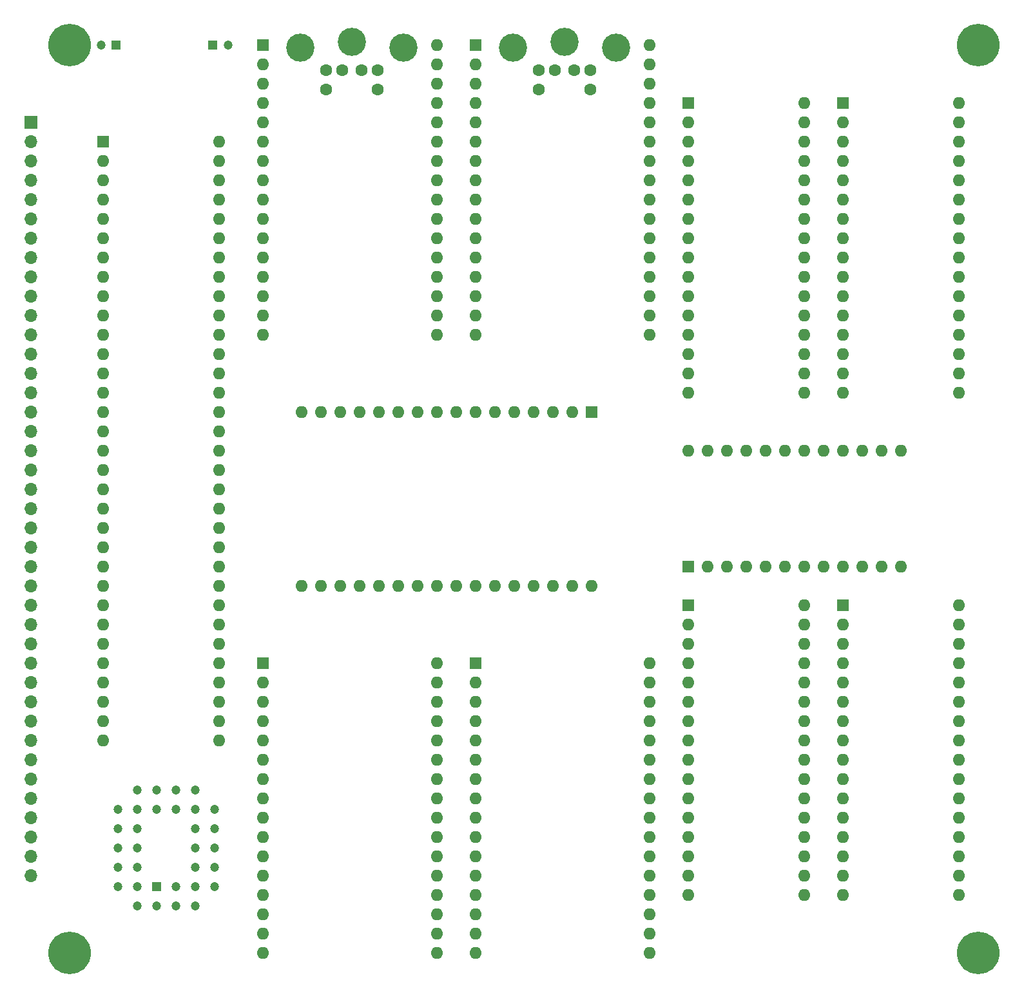
<source format=gbr>
%TF.GenerationSoftware,KiCad,Pcbnew,7.0.5*%
%TF.CreationDate,2023-12-16T11:47:00+02:00*%
%TF.ProjectId,PS2 Board,50533220-426f-4617-9264-2e6b69636164,rev?*%
%TF.SameCoordinates,Original*%
%TF.FileFunction,Soldermask,Bot*%
%TF.FilePolarity,Negative*%
%FSLAX46Y46*%
G04 Gerber Fmt 4.6, Leading zero omitted, Abs format (unit mm)*
G04 Created by KiCad (PCBNEW 7.0.5) date 2023-12-16 11:47:00*
%MOMM*%
%LPD*%
G01*
G04 APERTURE LIST*
%ADD10R,1.600000X1.600000*%
%ADD11O,1.600000X1.600000*%
%ADD12R,1.200000X1.200000*%
%ADD13C,1.200000*%
%ADD14C,5.600000*%
%ADD15C,3.700000*%
%ADD16C,1.600000*%
%ADD17R,1.700000X1.700000*%
%ADD18O,1.700000X1.700000*%
G04 APERTURE END LIST*
D10*
%TO.C,B4*%
X137160000Y-106680000D03*
D11*
X139700000Y-106680000D03*
X142240000Y-106680000D03*
X144780000Y-106680000D03*
X147320000Y-106680000D03*
X149860000Y-106680000D03*
X152400000Y-106680000D03*
X154940000Y-106680000D03*
X157480000Y-106680000D03*
X160020000Y-106680000D03*
X162560000Y-106680000D03*
X165100000Y-106680000D03*
X165100000Y-91440000D03*
X162560000Y-91440000D03*
X160020000Y-91440000D03*
X157480000Y-91440000D03*
X154940000Y-91440000D03*
X152400000Y-91440000D03*
X149860000Y-91440000D03*
X147320000Y-91440000D03*
X144780000Y-91440000D03*
X142240000Y-91440000D03*
X139700000Y-91440000D03*
X137160000Y-91440000D03*
%TD*%
D12*
%TO.C,IC1*%
X67310000Y-148717000D03*
D13*
X69850000Y-151257000D03*
X69850000Y-148717000D03*
X72390000Y-151257000D03*
X74930000Y-148717000D03*
X72390000Y-148717000D03*
X74930000Y-146177000D03*
X72390000Y-146177000D03*
X74930000Y-143637000D03*
X72390000Y-143637000D03*
X74930000Y-141097000D03*
X72390000Y-141097000D03*
X74930000Y-138557000D03*
X72390000Y-136017000D03*
X72390000Y-138557000D03*
X69850000Y-136017000D03*
X69850000Y-138557000D03*
X67310000Y-136017000D03*
X67310000Y-138557000D03*
X64770000Y-136017000D03*
X62230000Y-138557000D03*
X64770000Y-138557000D03*
X62230000Y-141097000D03*
X64770000Y-141097000D03*
X62230000Y-143637000D03*
X64770000Y-143637000D03*
X62230000Y-146177000D03*
X64770000Y-146177000D03*
X62230000Y-148717000D03*
X64770000Y-151257000D03*
X64770000Y-148717000D03*
X67310000Y-151257000D03*
%TD*%
D10*
%TO.C,B11*%
X137160000Y-111760000D03*
D11*
X137160000Y-114300000D03*
X137160000Y-116840000D03*
X137160000Y-119380000D03*
X137160000Y-121920000D03*
X137160000Y-124460000D03*
X137160000Y-127000000D03*
X137160000Y-129540000D03*
X137160000Y-132080000D03*
X137160000Y-134620000D03*
X137160000Y-137160000D03*
X137160000Y-139700000D03*
X137160000Y-142240000D03*
X137160000Y-144780000D03*
X137160000Y-147320000D03*
X137160000Y-149860000D03*
X152400000Y-149860000D03*
X152400000Y-147320000D03*
X152400000Y-144780000D03*
X152400000Y-142240000D03*
X152400000Y-139700000D03*
X152400000Y-137160000D03*
X152400000Y-134620000D03*
X152400000Y-132080000D03*
X152400000Y-129540000D03*
X152400000Y-127000000D03*
X152400000Y-124460000D03*
X152400000Y-121920000D03*
X152400000Y-119380000D03*
X152400000Y-116840000D03*
X152400000Y-114300000D03*
X152400000Y-111760000D03*
%TD*%
D14*
%TO.C,H3*%
X175260000Y-157480000D03*
%TD*%
%TO.C,H2*%
X55880000Y-157480000D03*
%TD*%
D12*
%TO.C,C4*%
X74708000Y-38100000D03*
D13*
X76708000Y-38100000D03*
%TD*%
D10*
%TO.C,B1*%
X137160000Y-45720000D03*
D11*
X137160000Y-48260000D03*
X137160000Y-50800000D03*
X137160000Y-53340000D03*
X137160000Y-55880000D03*
X137160000Y-58420000D03*
X137160000Y-60960000D03*
X137160000Y-63500000D03*
X137160000Y-66040000D03*
X137160000Y-68580000D03*
X137160000Y-71120000D03*
X137160000Y-73660000D03*
X137160000Y-76200000D03*
X137160000Y-78740000D03*
X137160000Y-81280000D03*
X137160000Y-83820000D03*
X152400000Y-83820000D03*
X152400000Y-81280000D03*
X152400000Y-78740000D03*
X152400000Y-76200000D03*
X152400000Y-73660000D03*
X152400000Y-71120000D03*
X152400000Y-68580000D03*
X152400000Y-66040000D03*
X152400000Y-63500000D03*
X152400000Y-60960000D03*
X152400000Y-58420000D03*
X152400000Y-55880000D03*
X152400000Y-53340000D03*
X152400000Y-50800000D03*
X152400000Y-48260000D03*
X152400000Y-45720000D03*
%TD*%
D10*
%TO.C,B5*%
X157480000Y-45720000D03*
D11*
X157480000Y-48260000D03*
X157480000Y-50800000D03*
X157480000Y-53340000D03*
X157480000Y-55880000D03*
X157480000Y-58420000D03*
X157480000Y-60960000D03*
X157480000Y-63500000D03*
X157480000Y-66040000D03*
X157480000Y-68580000D03*
X157480000Y-71120000D03*
X157480000Y-73660000D03*
X157480000Y-76200000D03*
X157480000Y-78740000D03*
X157480000Y-81280000D03*
X157480000Y-83820000D03*
X172720000Y-83820000D03*
X172720000Y-81280000D03*
X172720000Y-78740000D03*
X172720000Y-76200000D03*
X172720000Y-73660000D03*
X172720000Y-71120000D03*
X172720000Y-68580000D03*
X172720000Y-66040000D03*
X172720000Y-63500000D03*
X172720000Y-60960000D03*
X172720000Y-58420000D03*
X172720000Y-55880000D03*
X172720000Y-53340000D03*
X172720000Y-50800000D03*
X172720000Y-48260000D03*
X172720000Y-45720000D03*
%TD*%
D12*
%TO.C,C3*%
X62008000Y-38100000D03*
D13*
X60008000Y-38100000D03*
%TD*%
D15*
%TO.C,B7*%
X86214000Y-38442800D03*
D16*
X89564000Y-41442800D03*
X89564000Y-43942800D03*
X91664000Y-41442800D03*
D15*
X92964000Y-37642800D03*
D16*
X94264000Y-41442800D03*
X96364000Y-41442800D03*
X96364000Y-43942800D03*
D15*
X99714000Y-38442800D03*
D10*
X81280000Y-38100000D03*
D11*
X81280000Y-40640000D03*
X81280000Y-43180000D03*
X81280000Y-45720000D03*
X81280000Y-48260000D03*
X81280000Y-50800000D03*
X81280000Y-53340000D03*
X81280000Y-55880000D03*
X81280000Y-58420000D03*
X81280000Y-60960000D03*
X81280000Y-63500000D03*
X81280000Y-66040000D03*
X81280000Y-68580000D03*
X81280000Y-71120000D03*
X81280000Y-73660000D03*
X81280000Y-76200000D03*
X104140000Y-76200000D03*
X104140000Y-73660000D03*
X104140000Y-71120000D03*
X104140000Y-68580000D03*
X104140000Y-66040000D03*
X104140000Y-63500000D03*
X104140000Y-60960000D03*
X104140000Y-58420000D03*
X104140000Y-55880000D03*
X104140000Y-53340000D03*
X104140000Y-50800000D03*
X104140000Y-48260000D03*
X104140000Y-45720000D03*
X104140000Y-43180000D03*
X104140000Y-40640000D03*
X104140000Y-38100000D03*
%TD*%
D10*
%TO.C,B3*%
X81280000Y-119380000D03*
D11*
X81280000Y-121920000D03*
X81280000Y-124460000D03*
X81280000Y-127000000D03*
X81280000Y-129540000D03*
X81280000Y-132080000D03*
X81280000Y-134620000D03*
X81280000Y-137160000D03*
X81280000Y-139700000D03*
X81280000Y-142240000D03*
X81280000Y-144780000D03*
X81280000Y-147320000D03*
X81280000Y-149860000D03*
X81280000Y-152400000D03*
X81280000Y-154940000D03*
X81280000Y-157480000D03*
X104140000Y-157480000D03*
X104140000Y-154940000D03*
X104140000Y-152400000D03*
X104140000Y-149860000D03*
X104140000Y-147320000D03*
X104140000Y-144780000D03*
X104140000Y-142240000D03*
X104140000Y-139700000D03*
X104140000Y-137160000D03*
X104140000Y-134620000D03*
X104140000Y-132080000D03*
X104140000Y-129540000D03*
X104140000Y-127000000D03*
X104140000Y-124460000D03*
X104140000Y-121920000D03*
X104140000Y-119380000D03*
%TD*%
D10*
%TO.C,B6*%
X60325000Y-50800000D03*
D11*
X60325000Y-53340000D03*
X60325000Y-55880000D03*
X60325000Y-58420000D03*
X60325000Y-60960000D03*
X60325000Y-63500000D03*
X60325000Y-66040000D03*
X60325000Y-68580000D03*
X60325000Y-71120000D03*
X60325000Y-73660000D03*
X60325000Y-76200000D03*
X60325000Y-78740000D03*
X60325000Y-81280000D03*
X60325000Y-83820000D03*
X60325000Y-86360000D03*
X60325000Y-88900000D03*
X60325000Y-91440000D03*
X60325000Y-93980000D03*
X60325000Y-96520000D03*
X60325000Y-99060000D03*
X60325000Y-101600000D03*
X60325000Y-104140000D03*
X60325000Y-106680000D03*
X60325000Y-109220000D03*
X60325000Y-111760000D03*
X60325000Y-114300000D03*
X60325000Y-116840000D03*
X60325000Y-119380000D03*
X60325000Y-121920000D03*
X60325000Y-124460000D03*
X60325000Y-127000000D03*
X60325000Y-129540000D03*
X75565000Y-129540000D03*
X75565000Y-127000000D03*
X75565000Y-124460000D03*
X75565000Y-121920000D03*
X75565000Y-119380000D03*
X75565000Y-116840000D03*
X75565000Y-114300000D03*
X75565000Y-111760000D03*
X75565000Y-109220000D03*
X75565000Y-106680000D03*
X75565000Y-104140000D03*
X75565000Y-101600000D03*
X75565000Y-99060000D03*
X75565000Y-96520000D03*
X75565000Y-93980000D03*
X75565000Y-91440000D03*
X75565000Y-88900000D03*
X75565000Y-86360000D03*
X75565000Y-83820000D03*
X75565000Y-81280000D03*
X75565000Y-78740000D03*
X75565000Y-76200000D03*
X75565000Y-73660000D03*
X75565000Y-71120000D03*
X75565000Y-68580000D03*
X75565000Y-66040000D03*
X75565000Y-63500000D03*
X75565000Y-60960000D03*
X75565000Y-58420000D03*
X75565000Y-55880000D03*
X75565000Y-53340000D03*
X75565000Y-50800000D03*
%TD*%
D15*
%TO.C,B2*%
X114154000Y-38442800D03*
D16*
X117504000Y-41442800D03*
X117504000Y-43942800D03*
X119604000Y-41442800D03*
D15*
X120904000Y-37642800D03*
D16*
X122204000Y-41442800D03*
X124304000Y-41442800D03*
X124304000Y-43942800D03*
D15*
X127654000Y-38442800D03*
D10*
X109220000Y-38100000D03*
D11*
X109220000Y-40640000D03*
X109220000Y-43180000D03*
X109220000Y-45720000D03*
X109220000Y-48260000D03*
X109220000Y-50800000D03*
X109220000Y-53340000D03*
X109220000Y-55880000D03*
X109220000Y-58420000D03*
X109220000Y-60960000D03*
X109220000Y-63500000D03*
X109220000Y-66040000D03*
X109220000Y-68580000D03*
X109220000Y-71120000D03*
X109220000Y-73660000D03*
X109220000Y-76200000D03*
X132080000Y-76200000D03*
X132080000Y-73660000D03*
X132080000Y-71120000D03*
X132080000Y-68580000D03*
X132080000Y-66040000D03*
X132080000Y-63500000D03*
X132080000Y-60960000D03*
X132080000Y-58420000D03*
X132080000Y-55880000D03*
X132080000Y-53340000D03*
X132080000Y-50800000D03*
X132080000Y-48260000D03*
X132080000Y-45720000D03*
X132080000Y-43180000D03*
X132080000Y-40640000D03*
X132080000Y-38100000D03*
%TD*%
D14*
%TO.C,H4*%
X175260000Y-38100000D03*
%TD*%
D10*
%TO.C,B12*%
X157480000Y-111760000D03*
D11*
X157480000Y-114300000D03*
X157480000Y-116840000D03*
X157480000Y-119380000D03*
X157480000Y-121920000D03*
X157480000Y-124460000D03*
X157480000Y-127000000D03*
X157480000Y-129540000D03*
X157480000Y-132080000D03*
X157480000Y-134620000D03*
X157480000Y-137160000D03*
X157480000Y-139700000D03*
X157480000Y-142240000D03*
X157480000Y-144780000D03*
X157480000Y-147320000D03*
X157480000Y-149860000D03*
X172720000Y-149860000D03*
X172720000Y-147320000D03*
X172720000Y-144780000D03*
X172720000Y-142240000D03*
X172720000Y-139700000D03*
X172720000Y-137160000D03*
X172720000Y-134620000D03*
X172720000Y-132080000D03*
X172720000Y-129540000D03*
X172720000Y-127000000D03*
X172720000Y-124460000D03*
X172720000Y-121920000D03*
X172720000Y-119380000D03*
X172720000Y-116840000D03*
X172720000Y-114300000D03*
X172720000Y-111760000D03*
%TD*%
D10*
%TO.C,B9*%
X124460000Y-86360000D03*
D11*
X121920000Y-86360000D03*
X119380000Y-86360000D03*
X116840000Y-86360000D03*
X114300000Y-86360000D03*
X111760000Y-86360000D03*
X109220000Y-86360000D03*
X106680000Y-86360000D03*
X104140000Y-86360000D03*
X101600000Y-86360000D03*
X99060000Y-86360000D03*
X96520000Y-86360000D03*
X93980000Y-86360000D03*
X91440000Y-86360000D03*
X88900000Y-86360000D03*
X86360000Y-86360000D03*
X86360000Y-109220000D03*
X88900000Y-109220000D03*
X91440000Y-109220000D03*
X93980000Y-109220000D03*
X96520000Y-109220000D03*
X99060000Y-109220000D03*
X101600000Y-109220000D03*
X104140000Y-109220000D03*
X106680000Y-109220000D03*
X109220000Y-109220000D03*
X111760000Y-109220000D03*
X114300000Y-109220000D03*
X116840000Y-109220000D03*
X119380000Y-109220000D03*
X121920000Y-109220000D03*
X124460000Y-109220000D03*
%TD*%
D14*
%TO.C,H1*%
X55880000Y-38100000D03*
%TD*%
D10*
%TO.C,B8*%
X109220000Y-119380000D03*
D11*
X109220000Y-121920000D03*
X109220000Y-124460000D03*
X109220000Y-127000000D03*
X109220000Y-129540000D03*
X109220000Y-132080000D03*
X109220000Y-134620000D03*
X109220000Y-137160000D03*
X109220000Y-139700000D03*
X109220000Y-142240000D03*
X109220000Y-144780000D03*
X109220000Y-147320000D03*
X109220000Y-149860000D03*
X109220000Y-152400000D03*
X109220000Y-154940000D03*
X109220000Y-157480000D03*
X132080000Y-157480000D03*
X132080000Y-154940000D03*
X132080000Y-152400000D03*
X132080000Y-149860000D03*
X132080000Y-147320000D03*
X132080000Y-144780000D03*
X132080000Y-142240000D03*
X132080000Y-139700000D03*
X132080000Y-137160000D03*
X132080000Y-134620000D03*
X132080000Y-132080000D03*
X132080000Y-129540000D03*
X132080000Y-127000000D03*
X132080000Y-124460000D03*
X132080000Y-121920000D03*
X132080000Y-119380000D03*
%TD*%
D17*
%TO.C,J1*%
X50800000Y-48260000D03*
D18*
X50800000Y-50800000D03*
X50800000Y-53340000D03*
X50800000Y-55880000D03*
X50800000Y-58420000D03*
X50800000Y-60960000D03*
X50800000Y-63500000D03*
X50800000Y-66040000D03*
X50800000Y-68580000D03*
X50800000Y-71120000D03*
X50800000Y-73660000D03*
X50800000Y-76200000D03*
X50800000Y-78740000D03*
X50800000Y-81280000D03*
X50800000Y-83820000D03*
X50800000Y-86360000D03*
X50800000Y-88900000D03*
X50800000Y-91440000D03*
X50800000Y-93980000D03*
X50800000Y-96520000D03*
X50800000Y-99060000D03*
X50800000Y-101600000D03*
X50800000Y-104140000D03*
X50800000Y-106680000D03*
X50800000Y-109220000D03*
X50800000Y-111760000D03*
X50800000Y-114300000D03*
X50800000Y-116840000D03*
X50800000Y-119380000D03*
X50800000Y-121920000D03*
X50800000Y-124460000D03*
X50800000Y-127000000D03*
X50800000Y-129540000D03*
X50800000Y-132080000D03*
X50800000Y-134620000D03*
X50800000Y-137160000D03*
X50800000Y-139700000D03*
X50800000Y-142240000D03*
X50800000Y-144780000D03*
X50800000Y-147320000D03*
%TD*%
M02*

</source>
